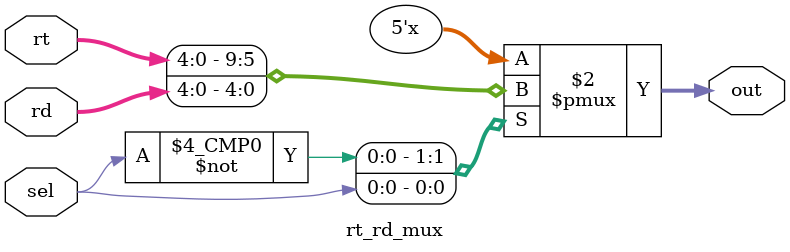
<source format=v>
`timescale 1ns / 1ps

module rt_rd_mux(
    input [4:0] rt, 
    input [4:0] rd, 
    input sel,
    output reg [4:0] out
    );
    
    always @ *
    begin
        case(sel)
            1'b0: out = rt; // when sel = 0, output rt
            1'b1: out = rd; // when sel = 1, output rd
        endcase
    end
endmodule
</source>
